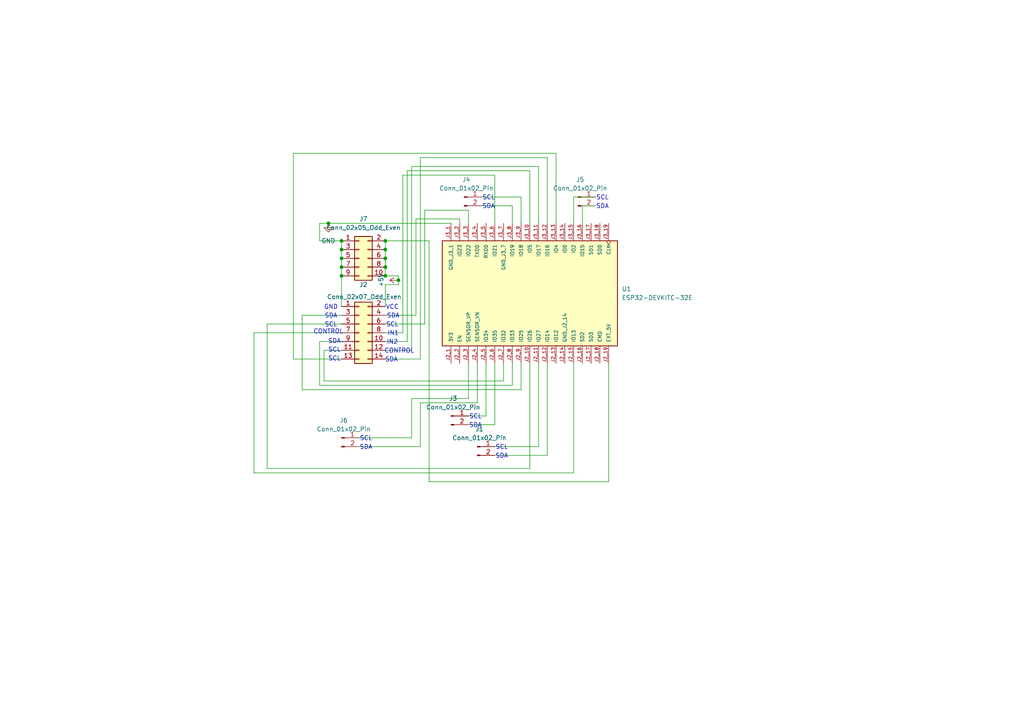
<source format=kicad_sch>
(kicad_sch (version 20250114) (generator "eeschema") (generator_version "9.0")
  (paper "A4")
  (lib_symbols
    (symbol "Connector:Conn_01x02_Pin" (pin_names (offset 1.016) (hide yes))
      (property "Reference" "J" (at 0 2.54 0))
      (property "Value" "Conn_01x02_Pin" (at 0 -5.08 0))
      (symbol "Conn_01x02_Pin_1_1"
        (rectangle (start 0.8636 0.127) (end 0 -0.127) (stroke (width 0.1524)) (fill (type outline)))
        (rectangle (start 0.8636 -2.413) (end 0 -2.667) (stroke (width 0.1524)) (fill (type outline)))
        (polyline (pts (xy 1.27 0) (xy 0.8636 0)) (stroke (width 0.1524)))
        (polyline (pts (xy 1.27 -2.54) (xy 0.8636 -2.54)) (stroke (width 0.1524)))
        (pin passive line (at 5.08 0 180) (length 3.81) (name "Pin_1") (number "1"))
        (pin passive line (at 5.08 -2.54 180) (length 3.81) (name "Pin_2") (number "2"))
      )
    )
    (symbol "Connector_Generic:Conn_02x05_Odd_Even" (pin_names (offset 1.016) (hide yes))
      (property "Reference" "J" (at 1.27 7.62 0))
      (property "Value" "Conn_02x05_Odd_Even" (at 1.27 -7.62 0))
      (symbol "Conn_02x05_Odd_Even_1_1"
        (rectangle (start -1.27 6.35) (end 3.81 -6.35) (stroke (width 0.254)) (fill (type background)))
        (rectangle (start -1.27 5.207) (end 0 4.953) (stroke (width 0.1524)))
        (rectangle (start -1.27 2.667) (end 0 2.413) (stroke (width 0.1524)))
        (rectangle (start -1.27 0.127) (end 0 -0.127) (stroke (width 0.1524)))
        (rectangle (start -1.27 -2.413) (end 0 -2.667) (stroke (width 0.1524)))
        (rectangle (start -1.27 -4.953) (end 0 -5.207) (stroke (width 0.1524)))
        (rectangle (start 3.81 5.207) (end 2.54 4.953) (stroke (width 0.1524)))
        (rectangle (start 3.81 2.667) (end 2.54 2.413) (stroke (width 0.1524)))
        (rectangle (start 3.81 0.127) (end 2.54 -0.127) (stroke (width 0.1524)))
        (rectangle (start 3.81 -2.413) (end 2.54 -2.667) (stroke (width 0.1524)))
        (rectangle (start 3.81 -4.953) (end 2.54 -5.207) (stroke (width 0.1524)))
        (pin passive line (at -5.08 5.08 0) (length 3.81) (name "Pin_1") (number "1"))
        (pin passive line (at -5.08 2.54 0) (length 3.81) (name "Pin_3") (number "3"))
        (pin passive line (at -5.08 0 0) (length 3.81) (name "Pin_5") (number "5"))
        (pin passive line (at -5.08 -2.54 0) (length 3.81) (name "Pin_7") (number "7"))
        (pin passive line (at -5.08 -5.08 0) (length 3.81) (name "Pin_9") (number "9"))
        (pin passive line (at 7.62 5.08 180) (length 3.81) (name "Pin_2") (number "2"))
        (pin passive line (at 7.62 2.54 180) (length 3.81) (name "Pin_4") (number "4"))
        (pin passive line (at 7.62 0 180) (length 3.81) (name "Pin_6") (number "6"))
        (pin passive line (at 7.62 -2.54 180) (length 3.81) (name "Pin_8") (number "8"))
        (pin passive line (at 7.62 -5.08 180) (length 3.81) (name "Pin_10") (number "10"))
      )
    )
    (symbol "Connector_Generic:Conn_02x07_Odd_Even" (pin_names (offset 1.016) (hide yes))
      (property "Reference" "J" (at 1.27 10.16 0))
      (property "Value" "Conn_02x07_Odd_Even" (at 1.27 -10.16 0))
      (symbol "Conn_02x07_Odd_Even_1_1"
        (rectangle (start -1.27 8.89) (end 3.81 -8.89) (stroke (width 0.254)) (fill (type background)))
        (rectangle (start -1.27 7.747) (end 0 7.493) (stroke (width 0.1524)))
        (rectangle (start -1.27 5.207) (end 0 4.953) (stroke (width 0.1524)))
        (rectangle (start -1.27 2.667) (end 0 2.413) (stroke (width 0.1524)))
        (rectangle (start -1.27 0.127) (end 0 -0.127) (stroke (width 0.1524)))
        (rectangle (start -1.27 -2.413) (end 0 -2.667) (stroke (width 0.1524)))
        (rectangle (start -1.27 -4.953) (end 0 -5.207) (stroke (width 0.1524)))
        (rectangle (start -1.27 -7.493) (end 0 -7.747) (stroke (width 0.1524)))
        (rectangle (start 3.81 7.747) (end 2.54 7.493) (stroke (width 0.1524)))
        (rectangle (start 3.81 5.207) (end 2.54 4.953) (stroke (width 0.1524)))
        (rectangle (start 3.81 2.667) (end 2.54 2.413) (stroke (width 0.1524)))
        (rectangle (start 3.81 0.127) (end 2.54 -0.127) (stroke (width 0.1524)))
        (rectangle (start 3.81 -2.413) (end 2.54 -2.667) (stroke (width 0.1524)))
        (rectangle (start 3.81 -4.953) (end 2.54 -5.207) (stroke (width 0.1524)))
        (rectangle (start 3.81 -7.493) (end 2.54 -7.747) (stroke (width 0.1524)))
        (pin passive line (at -5.08 7.62 0) (length 3.81) (name "Pin_1") (number "1"))
        (pin passive line (at -5.08 5.08 0) (length 3.81) (name "Pin_3") (number "3"))
        (pin passive line (at -5.08 2.54 0) (length 3.81) (name "Pin_5") (number "5"))
        (pin passive line (at -5.08 0 0) (length 3.81) (name "Pin_7") (number "7"))
        (pin passive line (at -5.08 -2.54 0) (length 3.81) (name "Pin_9") (number "9"))
        (pin passive line (at -5.08 -5.08 0) (length 3.81) (name "Pin_11") (number "11"))
        (pin passive line (at -5.08 -7.62 0) (length 3.81) (name "Pin_13") (number "13"))
        (pin passive line (at 7.62 7.62 180) (length 3.81) (name "Pin_2") (number "2"))
        (pin passive line (at 7.62 5.08 180) (length 3.81) (name "Pin_4") (number "4"))
        (pin passive line (at 7.62 2.54 180) (length 3.81) (name "Pin_6") (number "6"))
        (pin passive line (at 7.62 0 180) (length 3.81) (name "Pin_8") (number "8"))
        (pin passive line (at 7.62 -2.54 180) (length 3.81) (name "Pin_10") (number "10"))
        (pin passive line (at 7.62 -5.08 180) (length 3.81) (name "Pin_12") (number "12"))
        (pin passive line (at 7.62 -7.62 180) (length 3.81) (name "Pin_14") (number "14"))
      )
    )
    (symbol "ESP32-DEVKITC-32E:ESP32-DEVKITC-32E" (pin_names (offset 1.016))
      (property "Reference" "U" (at -15.24 26.162 0))
      (property "Value" "ESP32-DEVKITC-32E" (at -15.24 -27.94 0))
      (symbol "ESP32-DEVKITC-32E_0_0"
        (rectangle (start -15.24 -25.4) (end 15.24 25.4) (stroke (width 0.254)) (fill (type background)))
        (pin power_in line (at -20.32 22.86 0) (length 5.08) (name "3V3") (number "J2_1"))
        (pin input line (at -20.32 20.32 0) (length 5.08) (name "EN") (number "J2_2"))
        (pin bidirectional line (at -20.32 17.78 0) (length 5.08) (name "SENSOR_VP") (number "J2_3"))
        (pin bidirectional line (at -20.32 15.24 0) (length 5.08) (name "SENSOR_VN") (number "J2_4"))
        (pin bidirectional line (at -20.32 12.7 0) (length 5.08) (name "IO34") (number "J2_5"))
        (pin bidirectional line (at -20.32 10.16 0) (length 5.08) (name "IO35") (number "J2_6"))
        (pin bidirectional line (at -20.32 7.62 0) (length 5.08) (name "IO32") (number "J2_7"))
        (pin bidirectional line (at -20.32 5.08 0) (length 5.08) (name "IO33") (number "J2_8"))
        (pin bidirectional line (at -20.32 2.54 0) (length 5.08) (name "IO25") (number "J2_9"))
        (pin bidirectional line (at -20.32 0 0) (length 5.08) (name "IO26") (number "J2_10"))
        (pin bidirectional line (at -20.32 -2.54 0) (length 5.08) (name "IO27") (number "J2_11"))
        (pin bidirectional line (at -20.32 -5.08 0) (length 5.08) (name "IO14") (number "J2_12"))
        (pin bidirectional line (at -20.32 -7.62 0) (length 5.08) (name "IO12") (number "J2_13"))
        (pin power_in line (at -20.32 -10.16 0) (length 5.08) (name "GND_J2_14") (number "J2_14"))
        (pin bidirectional line (at -20.32 -12.7 0) (length 5.08) (name "IO13") (number "J2_15"))
        (pin bidirectional line (at -20.32 -15.24 0) (length 5.08) (name "SD2") (number "J2_16"))
        (pin bidirectional line (at -20.32 -17.78 0) (length 5.08) (name "SD3") (number "J2_17"))
        (pin bidirectional line (at -20.32 -20.32 0) (length 5.08) (name "CMD") (number "J2_18"))
        (pin power_in line (at -20.32 -22.86 0) (length 5.08) (name "EXT_5V") (number "J2_19"))
        (pin power_in line (at 20.32 22.86 180) (length 5.08) (name "GND_J3_1") (number "J3_1"))
        (pin bidirectional line (at 20.32 20.32 180) (length 5.08) (name "IO23") (number "J3_2"))
        (pin bidirectional line (at 20.32 17.78 180) (length 5.08) (name "IO22") (number "J3_3"))
        (pin bidirectional line (at 20.32 15.24 180) (length 5.08) (name "TXD0") (number "J3_4"))
        (pin bidirectional line (at 20.32 12.7 180) (length 5.08) (name "RXD0") (number "J3_5"))
        (pin bidirectional line (at 20.32 10.16 180) (length 5.08) (name "IO21") (number "J3_6"))
        (pin power_in line (at 20.32 7.62 180) (length 5.08) (name "GND_J3_7") (number "J3_7"))
        (pin bidirectional line (at 20.32 5.08 180) (length 5.08) (name "IO19") (number "J3_8"))
        (pin bidirectional line (at 20.32 2.54 180) (length 5.08) (name "IO18") (number "J3_9"))
        (pin bidirectional line (at 20.32 0 180) (length 5.08) (name "IO5") (number "J3_10"))
        (pin bidirectional line (at 20.32 -2.54 180) (length 5.08) (name "IO17") (number "J3_11"))
        (pin bidirectional line (at 20.32 -5.08 180) (length 5.08) (name "IO16") (number "J3_12"))
        (pin bidirectional line (at 20.32 -7.62 180) (length 5.08) (name "IO4") (number "J3_13"))
        (pin bidirectional line (at 20.32 -10.16 180) (length 5.08) (name "IO0") (number "J3_14"))
        (pin bidirectional line (at 20.32 -12.7 180) (length 5.08) (name "IO2") (number "J3_15"))
        (pin bidirectional line (at 20.32 -15.24 180) (length 5.08) (name "IO15") (number "J3_16"))
        (pin bidirectional line (at 20.32 -17.78 180) (length 5.08) (name "SD1") (number "J3_17"))
        (pin bidirectional line (at 20.32 -20.32 180) (length 5.08) (name "SD0") (number "J3_18"))
        (pin bidirectional clock (at 20.32 -22.86 180) (length 5.08) (name "CLK") (number "J3_19"))
      )
    )
    (symbol "power:+5V" (power) (pin_numbers (hide yes)) (pin_names (offset 0) (hide yes))
      (property "Value" "+5V" (at 0 3.556 0))
      (symbol "+5V_0_1"
        (polyline (pts (xy -0.762 1.27) (xy 0 2.54)))
        (polyline (pts (xy 0 2.54) (xy 0.762 1.27)))
        (polyline (pts (xy 0 0) (xy 0 2.54)))
      )
      (symbol "+5V_1_1"
        (pin power_in line (at 0 0 90) (length 0) (name "~") (number "1"))
      )
    )
    (symbol "power:GND" (power) (pin_numbers (hide yes)) (pin_names (offset 0) (hide yes))
      (property "Value" "GND" (at 0 -3.81 0))
      (symbol "GND_0_1"
        (polyline (pts (xy 0 0) (xy 0 -1.27) (xy 1.27 -1.27) (xy 0 -2.54) (xy -1.27 -1.27) (xy 0 -1.27)))
      )
      (symbol "GND_1_1"
        (pin power_in line (at 0 0 270) (length 0) (name "~") (number "1"))
      )
    )
  )
  (text "SDA" (at 145.542 132.334 0) (effects (font (size 1.27 1.27))))
  (text "SDA" (at 106.172 129.794 0) (effects (font (size 1.27 1.27))))
  (text "SCL" (at 106.172 127.254 0) (effects (font (size 1.27 1.27))))
  (text "IN1" (at 114.046 96.774 0) (effects (font (size 1.27 1.27))))
  (text "SCL" (at 137.922 120.904 0) (effects (font (size 1.27 1.27))))
  (text "CONTROL" (at 115.824 101.854 0) (effects (font (size 1.27 1.27))))
  (text "SDA" (at 113.538 104.394 0) (effects (font (size 1.27 1.27))))
  (text "GND" (at 96.012 89.154 0) (effects (font (size 1.27 1.27))))
  (text "SCL" (at 97.028 101.6 0) (effects (font (size 1.27 1.27))))
  (text "SDA" (at 97.028 99.06 0) (effects (font (size 1.27 1.27))))
  (text "VCC" (at 113.792 89.154 0) (effects (font (size 1.27 1.27))))
  (text "SCL" (at 141.732 57.404 0) (effects (font (size 1.27 1.27))))
  (text "SCL" (at 97.028 104.14 0) (effects (font (size 1.27 1.27))))
  (text "SCL" (at 96.012 94.234 0) (effects (font (size 1.27 1.27))))
  (text "CONTROL" (at 95.25 96.266 0) (effects (font (size 1.27 1.27))))
  (text "SDA" (at 174.752 59.944 0) (effects (font (size 1.27 1.27))))
  (text "IN2" (at 113.792 99.314 0) (effects (font (size 1.27 1.27))))
  (text "SCL" (at 145.542 129.794 0) (effects (font (size 1.27 1.27))))
  (text "SDA" (at 114.046 91.694 0) (effects (font (size 1.27 1.27))))
  (text "SCL" (at 174.752 57.404 0) (effects (font (size 1.27 1.27))))
  (text "SDA" (at 96.012 91.694 0) (effects (font (size 1.27 1.27))))
  (text "SDA" (at 141.732 59.944 0) (effects (font (size 1.27 1.27))))
  (text "SDA" (at 137.922 123.444 0) (effects (font (size 1.27 1.27))))
  (text "SCL" (at 113.792 94.234 0) (effects (font (size 1.27 1.27))))
  (junction (at 111.76 77.47))
  (junction (at 111.76 74.93))
  (junction (at 115.57 81.28))
  (junction (at 99.06 72.39))
  (junction (at 99.06 74.93))
  (junction (at 95.25 64.77))
  (junction (at 111.76 80.01))
  (junction (at 111.76 72.39))
  (junction (at 99.06 80.01))
  (junction (at 111.76 69.85))
  (junction (at 99.06 69.85))
  (junction (at 99.06 77.47))
  (wire (pts (xy 111.76 82.55) (xy 111.76 88.9)))
  (wire (pts (xy 111.76 93.98) (xy 123.19 93.98)))
  (wire (pts (xy 99.06 101.6) (xy 93.98 101.6)))
  (wire (pts (xy 119.38 127) (xy 104.14 127)))
  (wire (pts (xy 111.76 69.85) (xy 124.46 69.85)))
  (wire (pts (xy 119.38 101.6) (xy 119.38 48.26)))
  (wire (pts (xy 135.89 105.41) (xy 135.89 115.57)))
  (wire (pts (xy 158.75 105.41) (xy 158.75 132.08)))
  (wire (pts (xy 138.43 105.41) (xy 138.43 116.84)))
  (wire (pts (xy 111.76 82.55) (xy 115.57 82.55)))
  (wire (pts (xy 118.11 99.06) (xy 118.11 49.53)))
  (wire (pts (xy 121.92 116.84) (xy 121.92 129.54)))
  (wire (pts (xy 120.65 91.44) (xy 120.65 63.5)))
  (wire (pts (xy 111.76 104.14) (xy 121.92 104.14)))
  (wire (pts (xy 99.06 77.47) (xy 99.06 80.01)))
  (wire (pts (xy 123.19 93.98) (xy 123.19 60.96)))
  (wire (pts (xy 99.06 96.52) (xy 73.66 96.52)))
  (wire (pts (xy 166.37 64.77) (xy 166.37 57.15)))
  (wire (pts (xy 99.06 69.85) (xy 99.06 72.39)))
  (wire (pts (xy 111.76 72.39) (xy 111.76 74.93)))
  (wire (pts (xy 135.89 64.77) (xy 135.89 60.96)))
  (wire (pts (xy 151.13 57.15) (xy 139.7 57.15)))
  (wire (pts (xy 115.57 80.01) (xy 111.76 80.01)))
  (wire (pts (xy 92.71 111.76) (xy 148.59 111.76)))
  (wire (pts (xy 158.75 132.08) (xy 143.51 132.08)))
  (wire (pts (xy 176.53 139.7) (xy 176.53 105.41)))
  (wire (pts (xy 156.21 129.54) (xy 143.51 129.54)))
  (wire (pts (xy 111.76 96.52) (xy 116.84 96.52)))
  (wire (pts (xy 77.47 93.98) (xy 99.06 93.98)))
  (wire (pts (xy 118.11 49.53) (xy 153.67 49.53)))
  (wire (pts (xy 92.71 69.85) (xy 92.71 64.77)))
  (wire (pts (xy 116.84 96.52) (xy 116.84 50.8)))
  (wire (pts (xy 99.06 72.39) (xy 99.06 74.93)))
  (wire (pts (xy 124.46 139.7) (xy 176.53 139.7)))
  (wire (pts (xy 99.06 99.06) (xy 92.71 99.06)))
  (wire (pts (xy 104.14 129.54) (xy 121.92 129.54)))
  (wire (pts (xy 77.47 135.89) (xy 153.67 135.89)))
  (wire (pts (xy 121.92 104.14) (xy 121.92 45.72)))
  (wire (pts (xy 153.67 64.77) (xy 153.67 49.53)))
  (wire (pts (xy 73.66 137.16) (xy 166.37 137.16)))
  (wire (pts (xy 140.97 120.65) (xy 135.89 120.65)))
  (wire (pts (xy 143.51 105.41) (xy 143.51 123.19)))
  (wire (pts (xy 124.46 69.85) (xy 124.46 139.7)))
  (wire (pts (xy 99.06 104.14) (xy 85.09 104.14)))
  (wire (pts (xy 168.91 59.69) (xy 172.72 59.69)))
  (wire (pts (xy 93.98 101.6) (xy 93.98 110.49)))
  (wire (pts (xy 111.76 101.6) (xy 119.38 101.6)))
  (wire (pts (xy 148.59 64.77) (xy 148.59 59.69)))
  (wire (pts (xy 119.38 48.26) (xy 156.21 48.26)))
  (wire (pts (xy 143.51 123.19) (xy 135.89 123.19)))
  (wire (pts (xy 121.92 45.72) (xy 158.75 45.72)))
  (wire (pts (xy 85.09 44.45) (xy 161.29 44.45)))
  (wire (pts (xy 151.13 105.41) (xy 151.13 113.03)))
  (wire (pts (xy 85.09 104.14) (xy 85.09 44.45)))
  (wire (pts (xy 87.63 113.03) (xy 151.13 113.03)))
  (wire (pts (xy 153.67 105.41) (xy 153.67 135.89)))
  (wire (pts (xy 148.59 111.76) (xy 148.59 105.41)))
  (wire (pts (xy 119.38 115.57) (xy 119.38 127)))
  (wire (pts (xy 166.37 57.15) (xy 172.72 57.15)))
  (wire (pts (xy 92.71 99.06) (xy 92.71 111.76)))
  (wire (pts (xy 148.59 59.69) (xy 139.7 59.69)))
  (wire (pts (xy 156.21 105.41) (xy 156.21 129.54)))
  (wire (pts (xy 87.63 91.44) (xy 87.63 113.03)))
  (wire (pts (xy 120.65 63.5) (xy 133.35 63.5)))
  (wire (pts (xy 168.91 64.77) (xy 168.91 59.69)))
  (wire (pts (xy 156.21 48.26) (xy 156.21 64.77)))
  (wire (pts (xy 115.57 82.55) (xy 115.57 81.28)))
  (wire (pts (xy 135.89 115.57) (xy 119.38 115.57)))
  (wire (pts (xy 111.76 99.06) (xy 118.11 99.06)))
  (wire (pts (xy 77.47 93.98) (xy 77.47 135.89)))
  (wire (pts (xy 111.76 74.93) (xy 111.76 77.47)))
  (wire (pts (xy 115.57 81.28) (xy 115.57 80.01)))
  (wire (pts (xy 116.84 50.8) (xy 143.51 50.8)))
  (wire (pts (xy 99.06 74.93) (xy 99.06 77.47)))
  (wire (pts (xy 123.19 60.96) (xy 135.89 60.96)))
  (wire (pts (xy 92.71 64.77) (xy 95.25 64.77)))
  (wire (pts (xy 143.51 50.8) (xy 143.51 64.77)))
  (wire (pts (xy 140.97 105.41) (xy 140.97 120.65)))
  (wire (pts (xy 73.66 96.52) (xy 73.66 137.16)))
  (wire (pts (xy 161.29 64.77) (xy 161.29 44.45)))
  (wire (pts (xy 133.35 64.77) (xy 133.35 63.5)))
  (wire (pts (xy 158.75 64.77) (xy 158.75 45.72)))
  (wire (pts (xy 138.43 116.84) (xy 121.92 116.84)))
  (wire (pts (xy 151.13 64.77) (xy 151.13 57.15)))
  (wire (pts (xy 111.76 69.85) (xy 111.76 72.39)))
  (wire (pts (xy 95.25 64.77) (xy 130.81 64.77)))
  (wire (pts (xy 99.06 69.85) (xy 92.71 69.85)))
  (wire (pts (xy 146.05 110.49) (xy 146.05 105.41)))
  (wire (pts (xy 99.06 80.01) (xy 99.06 88.9)))
  (wire (pts (xy 111.76 91.44) (xy 120.65 91.44)))
  (wire (pts (xy 111.76 77.47) (xy 111.76 80.01)))
  (wire (pts (xy 166.37 105.41) (xy 166.37 137.16)))
  (wire (pts (xy 93.98 110.49) (xy 146.05 110.49)))
  (wire (pts (xy 87.63 91.44) (xy 99.06 91.44)))
  (symbol (lib_id "power:GND") (at 95.25 64.77 0) (unit 1)
    (property "Reference" "#PWR02" (effects (hide yes)))
    (property "Value" "GND" (at 95.25 69.85 0))
    (property "Description" "Power symbol creates a global label with name \"GND\" , ground" (effects (hide yes)))
  )
  (symbol (lib_id "Connector:Conn_01x02_Pin") (at 130.81 120.65 0) (unit 1)
    (property "Reference" "J3" (at 131.445 115.57 0))
    (property "Value" "Conn_01x02_Pin" (at 131.445 118.11 0))
    (property "Footprint" "Connector_PinHeader_2.54mm:PinHeader_1x02_P2.54mm_Vertical" (effects (hide yes)))
    (property "Description" "Generic connector, single row, 01x02, script generated" (effects (hide yes)))
  )
  (symbol (lib_id "Connector:Conn_01x02_Pin") (at 99.06 127 0) (unit 1)
    (property "Reference" "J6" (at 99.695 121.92 0))
    (property "Value" "Conn_01x02_Pin" (at 99.695 124.46 0))
    (property "Footprint" "Connector_PinHeader_2.54mm:PinHeader_1x02_P2.54mm_Vertical" (effects (hide yes)))
    (property "Description" "Generic connector, single row, 01x02, script generated" (effects (hide yes)))
  )
  (symbol (lib_id "Connector:Conn_01x02_Pin") (at 138.43 129.54 0) (unit 1)
    (property "Reference" "J1" (at 139.065 124.46 0))
    (property "Value" "Conn_01x02_Pin" (at 139.065 127 0))
    (property "Footprint" "Connector_PinHeader_2.54mm:PinHeader_1x02_P2.54mm_Vertical" (effects (hide yes)))
    (property "Description" "Generic connector, single row, 01x02, script generated" (effects (hide yes)))
  )
  (symbol (lib_id "Connector_Generic:Conn_02x05_Odd_Even") (at 104.14 74.93 0) (unit 1)
    (property "Reference" "J7" (at 105.41 63.5 0))
    (property "Value" "Conn_02x05_Odd_Even" (at 105.41 66.04 0))
    (property "Footprint" "Connector_PinHeader_2.54mm:PinHeader_2x05_P2.54mm_Vertical" (effects (hide yes)))
    (property "Description" "Generic connector, double row, 02x05, odd/even pin numbering scheme (row 1 odd numbers, row 2 even numbers), script generated (kicad-library-utils/schlib/autogen/connector/)" (effects (hide yes)))
  )
  (symbol (lib_id "Connector_Generic:Conn_02x07_Odd_Even") (at 104.14 96.52 0) (unit 1)
    (property "Reference" "J2" (at 105.41 82.55 0))
    (property "Value" "Conn_02x07_Odd_Even" (at 105.664 86.106 0))
    (property "Footprint" "Connector_PinHeader_2.54mm:PinHeader_2x07_P2.54mm_Vertical" (effects (hide yes)))
    (property "Description" "Generic connector, double row, 02x07, odd/even pin numbering scheme (row 1 odd numbers, row 2 even numbers), script generated (kicad-library-utils/schlib/autogen/connector/)" (effects (hide yes)))
  )
  (symbol (lib_id "ESP32-DEVKITC-32E:ESP32-DEVKITC-32E") (at 153.67 85.09 90) (unit 1)
    (property "Reference" "U1" (at 180.34 83.8199 90) (effects (justify right)))
    (property "Value" "ESP32-DEVKITC-32E" (at 180.34 86.3599 90) (effects (justify right)))
    (property "Footprint" "esp32:MODULE_ESP32-DEVKITC-32E" (effects (hide yes)))
    (property "MF" "Espressif Systems" (effects (hide yes)))
    (property "Description_1" "\\n                        \\n                            The ESP32-DEVKITC-32E transceiver evaluation board from Espressif Systems is a powerful development tool for wireless communication technologies. It supports 802.11 b/g/n Wi-Fi and Bluetooth® Smart Ready 4.x (BLE) dual-mode at 2.4GHz, making it ideal for a variety of IoT applications. Equipped with a PCB antenna and 4MB flash, this board provides reliable connectivity and ample memory for developing and testing RF, RFID, and wireless solutions.\\n                        \\n" (effects (hide yes)))
    (property "Package" "None" (effects (hide yes)))
    (property "Price" "None" (effects (hide yes)))
    (property "Check_prices" "https://www.snapeda.com/parts/ESP32-DEVKITC-32E/Espressif+Systems/view-part/?ref=eda" (effects (hide yes)))
    (property "STANDARD" "Manufacturer Recommendations" (effects (hide yes)))
    (property "PARTREV" "1.4" (effects (hide yes)))
    (property "SnapEDA_Link" "https://www.snapeda.com/parts/ESP32-DEVKITC-32E/Espressif+Systems/view-part/?ref=snap" (effects (hide yes)))
    (property "MP" "ESP32-DEVKITC-32E" (effects (hide yes)))
    (property "Availability" "In Stock" (effects (hide yes)))
    (property "MANUFACTURER" "Espressif Systems" (effects (hide yes)))
  )
  (symbol (lib_id "Connector:Conn_01x02_Pin") (at 134.62 57.15 0) (unit 1)
    (property "Reference" "J4" (at 135.255 52.07 0))
    (property "Value" "Conn_01x02_Pin" (at 135.255 54.61 0))
    (property "Footprint" "Connector_PinHeader_2.54mm:PinHeader_1x02_P2.54mm_Vertical" (effects (hide yes)))
    (property "Description" "Generic connector, single row, 01x02, script generated" (effects (hide yes)))
  )
  (symbol (lib_id "Connector:Conn_01x02_Pin") (at 167.64 57.15 0) (unit 1)
    (property "Reference" "J5" (at 168.275 52.07 0))
    (property "Value" "Conn_01x02_Pin" (at 168.275 54.61 0))
    (property "Footprint" "Connector_PinHeader_2.54mm:PinHeader_1x02_P2.54mm_Vertical" (effects (hide yes)))
    (property "Description" "Generic connector, single row, 01x02, script generated" (effects (hide yes)))
  )
  (symbol (lib_id "power:+5V") (at 115.57 81.28 90) (unit 1)
    (property "Reference" "#PWR01" (effects (hide yes)))
    (property "Value" "+5V" (at 110.49 81.28 0))
    (property "Description" "Power symbol creates a global label with name \"+5V\"" (effects (hide yes)))
  )
)
</source>
